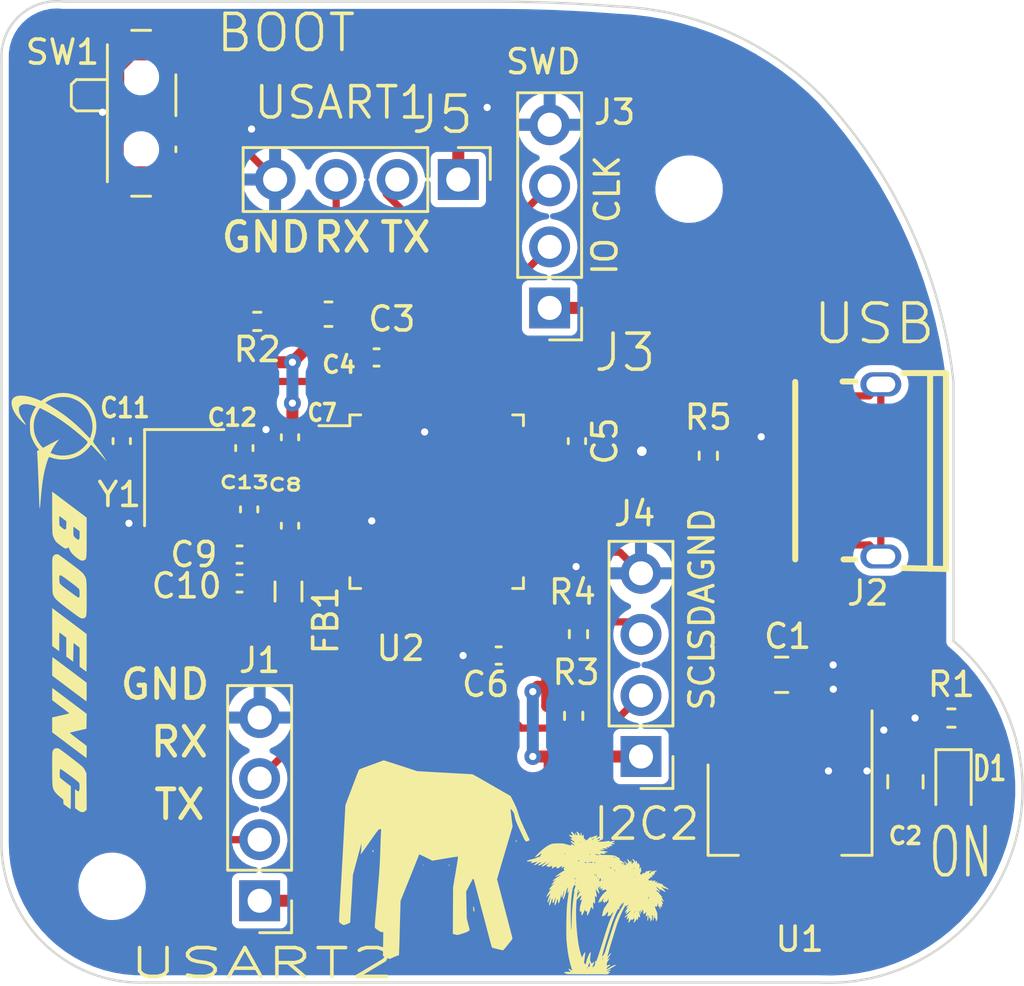
<source format=kicad_pcb>
(kicad_pcb (version 20211014) (generator pcbnew)
  (layers (0 "F.Cu" signal) (31 "B.Cu" power) (34 "B.Paste" user) (35 "F.Paste" user) (36 "B.SilkS" user "B.Silkscreen") (37 "F.SilkS" user "F.Silkscreen") (38 "B.Mask" user) (39 "F.Mask" user) (44 "Edge.Cuts" user))
  (net 0 "")
  (net 1 "VBUS")
  (net 2 "GND")
  (net 3 "+3V3")
  (net 4 "+3.3VA")
  (net 5 "/NRST")
  (net 6 "Net-(D1-Pad1)")
  (net 7 "/USART2_TX")
  (net 8 "/USART2_RX")
  (net 10 "unconnected-(J2-Pad6)")
  (net 11 "/I2C2_SCL")
  (net 12 "Net-(J4-Pad3)")
  (net 13 "/USART1_RX")
  (net 39 "/HSE_OUT")
  (net 40 "/HSE_IN")
  (net 41 "/USB_D-")
  (net 42 "/USB_D+")
  (net 43 "/SWDIO")
  (net 44 "/SWCLK")
  (net 45 "Net-(J5-Pad3)")
  (net 46 "/Boot_0")
  (net 47 "/Boot_0 Switch")
  (footprint "Capacitor_SMD:C_0402_1005Metric" (layer "F.Cu") (at 162.563808 58.2 180)
    (fp_text reference "C9")
    (fp_text value "1u")
  )
  (footprint "Connector_PinHeader_2.54mm:PinHeader_1x04_P2.54mm_Vertical" (layer "F.Cu") (at 179.263808 66.6 180)
    (fp_text reference "J4")
    (fp_text value "Conn_01x04_Male ")
  )
  (footprint "Inductor_SMD:L_0805_2012Metric" (layer "F.Cu") (at 164.6 59.7375 -90)
    (fp_text reference "FB1")
    (fp_text value "120R")
  )
  (footprint "Capacitor_SMD:C_0805_2012Metric" (layer "F.Cu") (at 185.113808 63.2)
    (fp_text reference "C1")
    (fp_text value "22u")
  )
  (footprint "LOGO" (layer "F.Cu") (at 177.463808 73)
    (fp_text reference "G***" hide)
    (fp_text value "LOGO" hide)
  )
  (footprint "Capacitor_SMD:C_0402_1005Metric" (layer "F.Cu") (at 162.763808 53.77 90)
    (fp_text reference "C12")
    (fp_text value "8p")
  )
  (footprint "Connector_PinHeader_2.54mm:PinHeader_1x04_P2.54mm_Vertical" (layer "F.Cu") (at 163.4 72.6 180)
    (fp_text reference "J1")
    (fp_text value "Conn_01x04_Male")
  )
  (footprint "easyeda2kicad:MICRO-USB-SMD_5P-P0.65-H-F_U254-051T-4BH81-S2S" (layer "F.Cu") (at 187.9 54.7 90)
    (fp_text reference "J2")
    (fp_text value "U254-051T-4BH81-S2S")
  )
  (footprint "Package_TO_SOT_SMD:SOT-223-3_TabPin2" (layer "F.Cu") (at 185.463808 68.8 -90)
    (fp_text reference "U1")
    (fp_text value "AMS1117-3.3")
  )
  (footprint "Resistor_SMD:R_0402_1005Metric" (layer "F.Cu") (at 176.463808 64.91 90)
    (fp_text reference "R3")
    (fp_text value "1k5")
  )
  (footprint "Capacitor_SMD:C_0603_1608Metric_Pad1.08x0.95mm_HandSolder" (layer "F.Cu") (at 166.263808 48.2)
    (fp_text reference "C3")
    (fp_text value "10u")
  )
  (footprint "Crystal:Crystal_SMD_3225-4Pin_3.2x2.5mm" (layer "F.Cu") (at 160.263808 55 -90)
    (fp_text reference "Y1")
    (fp_text value "16MHz")
  )
  (footprint "Capacitor_SMD:C_0402_1005Metric" (layer "F.Cu") (at 173.343808 62.4 180)
    (fp_text reference "C6")
    (fp_text value "100n")
  )
  (footprint "LOGO" (layer "F.Cu") (at 155.063808 60.2 -90)
    (fp_text reference "G***" hide)
    (fp_text value "LOGO" hide)
  )
  (footprint "Capacitor_SMD:C_0402_1005Metric" (layer "F.Cu") (at 176.6 53.48 -90)
    (fp_text reference "C5")
    (fp_text value "100n")
  )
  (footprint "MountingHole:MountingHole_2.2mm_M2" (layer "F.Cu") (at 157.263808 72)
    (fp_text reference "H1")
    (fp_text value "MountingHole")
  )
  (footprint "Capacitor_SMD:C_0402_1005Metric" (layer "F.Cu") (at 162.563808 59.4 180)
    (fp_text reference "C10")
    (fp_text value "1u")
  )
  (footprint "Package_QFP:LQFP-48_7x7mm_P0.5mm" (layer "F.Cu") (at 170.763808 56)
    (fp_text reference "U2")
    (fp_text value "STM32F103C8T6")
  )
  (footprint "Resistor_SMD:R_0402_1005Metric" (layer "F.Cu") (at 192.173808 65 180)
    (fp_text reference "R1")
    (fp_text value "1k5")
  )
  (footprint "Button_Switch_SMD:SW_SPDT_PCM12" (layer "F.Cu") (at 158.796308 39.8425 -90)
    (fp_text reference "SW1")
    (fp_text value "SW_SPDT")
  )
  (footprint "Capacitor_SMD:C_0402_1005Metric" (layer "F.Cu") (at 157.663808 53.48 -90)
    (fp_text reference "C11")
    (fp_text value "100n")
  )
  (footprint "Capacitor_SMD:C_0402_1005Metric" (layer "F.Cu") (at 164.663808 53.32 -90)
    (fp_text reference "C7")
    (fp_text value "100n")
  )
  (footprint "Resistor_SMD:R_0402_1005Metric" (layer "F.Cu") (at 176.663808 61.51 -90)
    (fp_text reference "R4")
    (fp_text value "1k5")
  )
  (footprint "MountingHole:MountingHole_2.2mm_M2" (layer "F.Cu") (at 181.263808 43)
    (fp_text reference "H2")
    (fp_text value "MountingHole")
  )
  (footprint "LOGO" (layer "F.Cu") (at 170.663808 70.9)
    (fp_text reference "")
    (fp_text value "LOGO" hide)
  )
  (footprint "Capacitor_SMD:C_0402_1005Metric" (layer "F.Cu") (at 162.963808 56.32 -90)
    (fp_text reference "C13")
    (fp_text value "8p")
  )
  (footprint "Resistor_SMD:R_0402_1005Metric" (layer "F.Cu") (at 182.063808 54.09 -90)
    (fp_text reference "R5")
    (fp_text value "1k5")
  )
  (footprint "Capacitor_SMD:C_0805_2012Metric" (layer "F.Cu") (at 190.263808 67.65 90)
    (fp_text reference "C2")
    (fp_text value "22u")
  )
  (footprint "LED_SMD:LED_0603_1608Metric" (layer "F.Cu") (at 192.263808 67.8 -90)
    (fp_text reference "D1")
    (fp_text value "RED")
  )
  (footprint "Capacitor_SMD:C_0402_1005Metric" (layer "F.Cu") (at 164.663808 57 90)
    (fp_text reference "C8")
    (fp_text value "10n")
  )
  (footprint "Resistor_SMD:R_0402_1005Metric" (layer "F.Cu") (at 163.3 48.5 180)
    (fp_text reference "R2")
    (fp_text value "10k ")
  )
  (footprint "Connector_PinHeader_2.54mm:PinHeader_1x04_P2.54mm_Vertical" (layer "F.Cu") (at 175.463808 47.94 180)
    (fp_text reference "J3")
    (fp_text value "Conn_01x04_Male")
  )
  (footprint "Connector_PinHeader_2.54mm:PinHeader_1x04_P2.54mm_Vertical" (layer "F.Cu") (at 171.663808 42.6 -90)
    (fp_text reference "J5")
    (fp_text value "Conn_01x04_Male")
  )
  (footprint "Capacitor_SMD:C_0402_1005Metric" (layer "F.Cu") (at 168.263808 50)
    (fp_text reference "C4")
    (fp_text value "100n")
  )
  (gr_line (start 186.663808 76) (end 158.663808 76) (layer "Edge.Cuts") (width 0.1))
  (gr_line (start 192.263808 61.8) (end 192.263808 51) (layer "Edge.Cuts") (width 0.1))
  (gr_line (start 155.263808 35.2) (end 173.263808 35.2) (layer "Edge.Cuts") (width 0.1))
  (gr_arc (start 158.663808 76) (mid 154.430558 74.375776) (end 152.663808 70.2) (layer "Edge.Cuts") (width 0.1))
  (gr_line (start 152.663808 37.6) (end 152.663808 70.2) (layer "Edge.Cuts") (width 0.1))
  (gr_arc (start 173.263808 35.2) (mid 175.765808 35.250001) (end 178.263808 35.4) (layer "Edge.Cuts") (width 0.1))
  (gr_arc (start 192.263808 61.8) (mid 194.574175 70.915356) (end 186.663808 76) (layer "Edge.Cuts") (width 0.1))
  (gr_arc (start 178.263808 35.4) (mid 182.928613 36.474389) (end 186.863808 39.2) (layer "Edge.Cuts") (width 0.1))
  (gr_arc (start 152.663808 37.6) (mid 153.403845 35.793373) (end 155.263808 35.2) (layer "Edge.Cuts") (width 0.1))
  (gr_arc (start 186.863808 39.2) (mid 190.499665 44.671727) (end 192.263808 51) (layer "Edge.Cuts") (width 0.1))
  (gr_text "USART1" (at 166.8 39.4) (layer "F.SilkS") (effects (font (size 1.3 1.3))))
  (gr_text "SWD" (at 175.2 37.7) (layer "F.SilkS") (effects (font (size 1 1))))
  (gr_text "J3" (at 178.163808 39.8) (layer "F.SilkS") (effects (font (size 1 1))))
  (gr_text "USART2" (at 163.5 75.2) (layer "F.SilkS") (effects (font (size 1.2 2))))
  (gr_text "GND\n" (at 159.463808 63.6) (layer "F.SilkS") (effects (font (size 1.2 1.2) (thickness 0.2))))
  (gr_text "GND\n" (at 163.663808 45) (layer "F.SilkS") (effects (font (size 1.2 1.2) (thickness 0.2))))
  (gr_text "RX" (at 160.063808 66) (layer "F.SilkS") (effects (font (size 1.2 1.2) (thickness 0.2))))
  (gr_text "ON" (at 192.563808 70.6) (layer "F.SilkS") (effects (font (size 2 1.25))))
  (gr_text "I2C2" (at 179.5 69.4) (layer "F.SilkS") (effects (font (size 1.3 1.3))))
  (gr_text "GND\n" (at 181.8 57.8 90) (layer "F.SilkS") (effects (font (size 1 1))))
  (gr_text "CLK" (at 177.863808 43 90) (layer "F.SilkS") (effects (font (size 1 1))))
  (gr_text "TX" (at 169.463808 45) (layer "F.SilkS") (effects (font (size 1.2 1.2) (thickness 0.2))))
  (gr_text "SCL" (at 181.8 63.3 90) (layer "F.SilkS") (effects (font (size 1 1))))
  (gr_text "USB" (at 188.963808 48.6) (layer "F.SilkS") (effects (font (size 1.6 1.7))))
  (gr_text "RX" (at 166.833808 45) (layer "F.SilkS") (effects (font (size 1.2 1.2) (thickness 0.2))))
  (gr_text "BOOT" (at 164.5 36.5) (layer "F.SilkS") (effects (font (size 1.5 1.5))))
  (gr_text "TX" (at 160.063808 68.6) (layer "F.SilkS") (effects (font (size 1.2 1.2) (thickness 0.2))))
  (gr_text "IO" (at 177.763808 45.8 90) (layer "F.SilkS") (effects (font (size 1 1))))
  (gr_text "SDA" (at 181.8 60.8 90) (layer "F.SilkS") (effects (font (size 1 1))))
  (segment (start 157.2575 39.8425) (end 156.906308 39.8425) (width 0.3) (layer "F.Cu") (net 2))
  (segment (start 159.413808 56.1) (end 158.763808 56.1) (width 0.3) (layer "F.Cu") (net 2))
  (segment (start 166.601308 56.75) (end 165.763447 56.75) (width 0.3) (layer "F.Cu") (net 2))
  (segment (start 184.363808 53.4) (end 184.263808 53.3) (width 0.3) (layer "F.Cu") (net 2))
  (segment (start 168.743808 48.88) (end 168.743808 50) (width 0.5) (layer "F.Cu") (net 2))
  (segment (start 165.763447 56.75) (end 165.463808 56.450361) (width 0.3) (layer "F.Cu") (net 2))
  (segment (start 165.463808 56.450361) (end 165.463808 56.4) (width 0.3) (layer "F.Cu") (net 2))
  (segment (start 168.938447 53.1) (end 170.263808 53.1) (width 0.3) (layer "F.Cu") (net 2))
  (segment (start 168.513808 52.675361) (end 168.513808 51.8375) (width 0.3) (layer "F.Cu") (net 2))
  (segment (start 157.663808 54.35) (end 159.413808 56.1) (width 0.3) (layer "F.Cu") (net 2))
  (segment (start 178.383808 58.1) (end 176.763808 58.1) (width 0.3) (layer "F.Cu") (net 2))
  (segment (start 162.763808 53.29) (end 161.723808 53.29) (width 0.5) (layer "F.Cu") (net 2))
  (segment (start 176.763808 58.1) (end 176.563808 57.9) (width 0.3) (layer "F.Cu") (net 2))
  (segment (start 163.373808 53.29) (end 163.663808 53) (width 0.5) (layer "F.Cu") (net 2))
  (segment (start 162.083808 57.68) (end 162.083808 59.4) (width 0.3) (layer "F.Cu") (net 2))
  (segment (start 163.063808 41.62) (end 163.063808 40.5) (width 0.3) (layer "F.Cu") (net 2))
  (segment (start 164.383808 56.8) (end 164.663808 56.52) (width 0.3) (layer "F.Cu") (net 2))
  (segment (start 190.663808 65) (end 191.663808 65) (width 0.5) (layer "F.Cu") (net 2))
  (segment (start 164.663808 53.8) (end 164.463808 53.8) (width 0.5) (layer "F.Cu") (net 2))
  (segment (start 175.463808 40.32) (end 173.583808 40.32) (width 0.5) (layer "F.Cu") (net 2))
  (segment (start 158.114424 37.492979) (end 160.126787 37.492979) (width 0.3) (layer "F.Cu") (net 2))
  (segment (start 164.463808 53.8) (end 163.663808 53) (width 0.5) (layer "F.Cu") (net 2))
  (segment (start 168.513808 52.675361) (end 168.938447 53.1) (width 0.3) (layer "F.Cu") (net 2))
  (segment (start 176.6 53.96) (end 179.24 53.96) (width 0.3) (layer "F.Cu") (net 2))
  (segment (start 157.663808 53.96) (end 157.663808 54.35) (width 0.3) (layer "F.Cu") (net 2))
  (segment (start 161.723808 53.29) (end 161.113808 53.9) (width 0.5) (layer "F.Cu") (net 2))
  (segment (start 171.863308 62.4) (end 172.863808 62.4) (width 0.3) (layer "F.Cu") (net 2))
  (segment (start 166.601308 56.75) (end 168.013808 56.75) (width 0.3) (layer "F.Cu") (net 2))
  (segment (start 176.39 53.75) (end 176.6 53.96) (width 0.3) (layer "F.Cu") (net 2))
  (segment (start 162.963808 56.8) (end 162.083808 57.68) (width 0.3) (layer "F.Cu") (net 2))
  (segment (start 160.126787 37.492979) (end 160.226308 37.5925) (width 0.3) (layer "F.Cu") (net 2))
  (segment (start 164.043808 42.6) (end 163.063808 41.62) (width 0.3) (layer "F.Cu") (net 2))
  (segment (start 179.24 53.96) (end 179.3 53.9) (width 0.3) (layer "F.Cu") (net 2))
  (segment (start 165.463808 56.4) (end 164.783808 56.4) (width 0.3) (layer "F.Cu") (net 2))
  (segment (start 162.963808 56.8) (end 164.383808 56.8) (width 0.3) (layer "F.Cu") (net 2))
  (segment (start 156.906308 39.8425) (end 156.863808 39.8) (width 0.3) (layer "F.Cu") (net 2))
  (segment (start 168.013808 56.75) (end 168.063808 56.8) (width 0.3) (layer "F.Cu") (net 2))
  (segment (start 158.763808 56.1) (end 157.963808 56.9) (width 0.3) (layer "F.Cu") (net 2))
  (segment (start 164.783808 56.4) (end 164.663808 56.52) (width 0.3) (layer "F.Cu") (net 2))
  (segment (start 157.616787 37.990616) (end 158.114424 37.492979) (width 0.3) (layer "F.Cu") (net 2))
  (segment (start 168.063808 48.2) (end 168.743808 48.88) (width 0.5) (layer "F.Cu") (net 2))
  (segment (start 173.583808 40.32) (end 172.863808 39.6) (width 0.5) (layer "F.Cu") (net 2))
  (segment (start 162.763808 53.29) (end 163.373808 53.29) (width 0.5) (layer "F.Cu") (net 2))
  (segment (start 179.263808 58.98) (end 178.383808 58.1) (width 0.3) (layer "F.Cu") (net 2))
  (segment (start 174.926308 53.75) (end 176.39 53.75) (width 0.3) (layer "F.Cu") (net 2))
  (segment (start 168.513808 51.8375) (end 168.513808 50.23) (width 0.3) (layer "F.Cu") (net 2))
  (segment (start 173.013808 62.25) (end 173.013808 60.1625) (width 0.3) (layer "F.Cu") (net 2))
  (segment (start 186.56 53.4) (end 184.363808 53.4) (width 0.3) (layer "F.Cu") (net 2))
  (segment (start 167.126308 48.2) (end 168.063808 48.2) (width 0.5) (layer "F.Cu") (net 2))
  (segment (start 176.563808 57.9) (end 176.463808 57.9) (width 0.3) (layer "F.Cu") (net 2))
  (segment (start 157.2575 39.8425) (end 157.616787 39.483213) (width 0.3) (layer "F.Cu") (net 2))
  (segment (start 157.616787 39.483213) (end 157.616787 37.990616) (width 0.3) (layer "F.Cu") (net 2))
  (segment (start 168.513808 50.23) (end 168.743808 50) (width 0.3) (layer "F.Cu") (net 2))
  (segment (start 176.463808 57.9) (end 176.463808 58.6) (width 0.3) (layer "F.Cu") (net 2))
  (segment (start 176.463808 58.6) (end 176.563808 58.7) (width 0.3) (layer "F.Cu") (net 2))
  (via (at 163.663808 53) (size 0.7) (drill 0.3) (layers "F.Cu" "B.Cu") (net 2))
  (via (at 176.563808 58.7) (size 0.7) (drill 0.3) (layers "F.Cu" "B.Cu") (net 2))
  (via (at 189.363808 65.5) (size 0.7) (drill 0.3) (layers "F.Cu" "B.Cu") (net 2))
  (via (at 179.3 53.9) (size 0.8) (drill 0.4) (layers "F.Cu" "B.Cu") (net 2))
  (via (at 187.263808 63.8) (size 0.7) (drill 0.3) (layers "F.Cu" "B.Cu") (net 2))
  (via (at 163.063808 40.5) (size 0.7) (drill 0.3) (layers "F.Cu" "B.Cu") (net 2))
  (via (at 172.863808 39.6) (size 0.7) (drill 0.3) (layers "F.Cu" "B.Cu") (net 2))
  (via (at 187.063808 67.2) (size 0.7) (drill 0.3) (layers "F.Cu" "B.Cu") (net 2))
  (via (at 188.663808 67.2) (size 0.7) (drill 0.3) (layers "F.Cu" "B.Cu") (net 2))
  (via (at 156.863808 39.8) (size 0.7) (drill 0.3) (layers "F.Cu" "B.Cu") (net 2))
  (via (at 190.663808 65) (size 0.7) (drill 0.3) (layers "F.Cu" "B.Cu") (net 2))
  (via (at 171.863308 62.4) (size 0.7) (drill 0.3) (layers "F.Cu" "B.Cu") (net 2))
  (via (at 157.963808 56.9) (size 0.7) (drill 0.3) (layers "F.Cu" "B.Cu") (net 2))
  (via (at 187.257338 62.790977) (size 0.7) (drill 0.3) (layers "F.Cu" "B.Cu") (net 2))
  (via (at 168.063808 56.8) (size 0.7) (drill 0.3) (layers "F.Cu" "B.Cu") (net 2))
  (via (at 170.263808 53.1) (size 0.7) (drill 0.3) (layers "F.Cu" "B.Cu") (net 2))
  (via (at 184.263808 53.3) (size 0.7) (drill 0.3) (layers "F.Cu" "B.Cu") (net 2))
  (segment (start 156.906308 39.8425) (end 156.863808 39.8) (width 0.5) (layer "B.Cu") (net 2))
  (segment (start 158.796308 47.803692) (end 159.802144 46.797856) (width 0.5) (layer "F.Cu") (net 3))
  (segment (start 185.563808 44.6) (end 182.163808 48) (width 0.5) (layer "F.Cu") (net 3))
  (segment (start 188.863808 73.8) (end 180.563808 73.8) (width 0.5) (layer "F.Cu") (net 3))
  (segment (start 174.963808 63.7) (end 175.363808 63.7) (width 0.5) (layer "F.Cu") (net 3))
  (segment (start 177.623808 47.94) (end 175.463808 47.94) (width 0.5) (layer "F.Cu") (net 3))
  (segment (start 160.463808 72.7) (end 160.963808 72.2) (width 0.5) (layer "F.Cu") (net 3))
  (segment (start 158.837277 45.832989) (end 159.802144 46.797856) (width 0.5) (layer "F.Cu") (net 3))
  (segment (start 175.363808 64.5) (end 175.363808 63.7) (width 0.5) (layer "F.Cu") (net 3))
  (segment (start 185.563808 42.4) (end 185.563808 44.6) (width 0.5) (layer "F.Cu") (net 3))
  (segment (start 171.563808 39.1) (end 159.365981 39.1) (width 0.5) (layer "F.Cu") (net 3))
  (segment (start 165.103808 52.84) (end 164.663808 52.84) (width 0.3) (layer "F.Cu") (net 3))
  (segment (start 175.463808 69.1) (end 175.463808 67.9) (width 0.5) (layer "F.Cu") (net 3))
  (segment (start 178.36 47.94) (end 177.623808 47.94) (width 0.5) (layer "F.Cu") (net 3))
  (segment (start 158.1 40.1) (end 157.496797 40.703203) (width 0.5) (layer "F.Cu") (net 3))
  (segment (start 177.463808 70.2) (end 176.513808 69.25) (width 0.5) (layer "F.Cu") (net 3))
  (segment (start 166.601308 53.25) (end 165.513808 53.25) (width 0.3) (layer "F.Cu") (net 3))
  (segment (start 182.163808 48) (end 182.103808 47.94) (width 0.5) (layer "F.Cu") (net 3))
  (segment (start 156.063808 58.6) (end 156.063808 52) (width 0.5) (layer "F.Cu") (net 3))
  (segment (start 161.995819 50.132011) (end 161.995819 49.048469) (width 0.5) (layer "F.Cu") (net 3))
  (segment (start 164.763808 52.74) (end 164.663808 52.84) (width 0.5) (layer "F.Cu") (net 3))
  (segment (start 177.623808 47.94) (end 177.623808 52.576192) (width 0.5) (layer "F.Cu") (net 3))
  (segment (start 166.027616 72.6) (end 163.4 72.6) (width 0.5) (layer "F.Cu") (net 3))
  (segment (start 182.163808 48) (end 182.163808 53.59) (width 0.5) (layer "F.Cu") (net 3))
  (segment (start 175.363808 66.6) (end 174.763808 66.6) (width 0.5) (layer "F.Cu") (net 3))
  (segment (start 166.663808 50) (end 167.783808 50) (width 0.5) (layer "F.Cu") (net 3))
  (segment (start 157.164297 66.200489) (end 157.164297 60.699511) (width 0.5) (layer "F.Cu") (net 3))
  (segment (start 166.163808 71) (end 166.163808 72.736192) (width 0.5) (layer "F.Cu") (net 3))
  (segment (start 176.063808 69.7) (end 175.463808 69.1) (width 0.5) (layer "F.Cu") (net 3))
  (segment (start 174.926308 53.25) (end 176.35 53.25) (width 0.3) (layer "F.Cu") (net 3))
  (segment (start 165.463808 49.5) (end 164.763808 50.2) (width 0.5) (layer "F.Cu") (net 3))
  (segment (start 182.363808 39.2) (end 185.563808 42.4) (width 0.5) (layer "F.Cu") (net 3))
  (segment (start 173.563808 36.9) (end 178.063808 36.9) (width 0.5) (layer "F.Cu") (net 3))
  (segment (start 160.863808 75) (end 160.463808 74.6) (width 0.5) (layer "F.Cu") (net 3))
  (segment (start 182.103808 47.94) (end 178.36 47.94) (width 0.5) (layer "F.Cu") (net 3))
  (segment (start 160.018808 42.3) (end 160.226308 42.0925) (width 0.5) (layer "F.Cu") (net 3))
  (segment (start 162.5 60.3) (end 163.1 59.7) (width 0.5) (layer "F.Cu") (net 3))
  (segment (start 157.5 42.3) (end 157.97283 42.3) (width 0.5) (layer "F.Cu") (net 3))
  (segment (start 156.063808 52) (end 158.796308 49.2675) (width 0.5) (layer "F.Cu") (net 3))
  (segment (start 177.623808 52.576192) (end 177.2 53) (width 0.5) (layer "F.Cu") (net 3))
  (segment (start 173.823808 60.4725) (end 173.513808 60.1625) (width 0.3) (layer "F.Cu") (net 3))
  (segment (start 175.463808 66.7) (end 175.363808 66.6) (width 0.5) (layer "F.Cu") (net 3))
  (segment (start 171.563808 39.1) (end 171.663808 39.2) (width 0.5) (layer "F.Cu") (net 3))
  (segment (start 157.496797 42.296797) (end 157.5 42.3) (width 0.5) (layer "F.Cu") (net 3))
  (segment (start 175.463808 67.9) (end 175.463808 66.7) (width 0.5) (layer "F.Cu") (net 3))
  (segment (start 178.063808 36.9) (end 180.363808 39.2) (width 0.5) (layer "F.Cu") (net 3))
  (segment (start 157.97283 42.3) (end 158.726797 43.053967) (width 0.5) (layer "F.Cu") (net 3))
  (segment (start 157.164297 60.699511) (end 160.164297 60.699511) (width 0.5) (layer "F.Cu") (net 3))
  (segment (start 180.563808 73.8) (end 179.263808 72.5) (width 0.5) (layer "F.Cu") (net 3))
  (segment (start 164.763808 51.9) (end 164.763808 52.74) (width 0.5) (layer "F.Cu") (net 3))
  (segment (start 175.363808 62.4) (end 173.823808 62.4) (width 0.5) (layer "F.Cu") (net 3))
  (segment (start 164.763808 50.2) (end 162.063808 50.2) (width 0.5) (layer "F.Cu") (net 3))
  (segment (start 164.203458 60.3) (end 164.302383 60.201075) (width 0.5) (layer "F.Cu") (net 3))
  (segment (start 174.763808 71) (end 166.163808 71) (width 0.5) (layer "F.Cu") (net 3))
  (segment (start 175.363808 63.7) (end 175.363808 62.4) (width 0.5) (layer "F.Cu") (net 3))
  (segment (start 158.796308 49.2675) (end 158.796308 47.803692) (width 0.5) (layer "F.Cu") (net 3))
  (segment (start 179.263808 70.2) (end 177.463808 70.2) (width 0.5) (layer "F.Cu") (net 3))
  (segment (start 174.763808 63.9) (end 174.963808 63.7) (width 0.5) (layer "F.Cu") (net 3))
  (segment (start 162.063808 50.2) (end 161.995819 50.132011) (width 0.5) (layer "F.Cu") (net 3))
  (segment (start 158.365981 40.1) (end 158.1 40.1) (width 0.5) (layer "F.Cu") (net 3))
  (segment (start 176.063808 69.7) (end 174.763808 71) (width 0.5) (layer "F.Cu") (net 3))
  (segment (start 191.363808 71.3) (end 188.863808 73.8) (width 0.5) (layer "F.Cu") (net 3))
  (segment (start 190.263808 68.6) (end 191.363808 68.6) (width 0.5) (layer "F.Cu") (net 3))
  (segment (start 157.5 42.3) (end 160.018808 42.3) (width 0.5) (layer "F.Cu") (net 3))
  (segment (start 177.2 53) (end 176.6 53) (width 0.5) (layer "F.Cu") (net 3))
  (segment (start 166.163808 72.736192) (end 166.027616 72.6) (width 0.5) (layer "F.Cu") (net 3))
  (segment (start 163.501308 59.4) (end 164.302383 60.201075) (width 0.5) (layer "F.Cu") (net 3))
  (segment (start 171.663808 39.2) (end 171.663808 42.6) (width 0.5) (layer "F.Cu") (net 3))
  (segment (start 159.802144 46.797856) (end 162.024288 49.02) (width 0.5) (layer "F.Cu") (net 3))
  (segment (start 157.496797 40.703203) (end 157.496797 42.296797) (width 0.5) (layer "F.Cu") (net 3))
  (segment (start 165.401308 48.7375) (end 166.163808 49.5) (width 0.5) (layer "F.Cu") (net 3))
  (segment (start 177.463808 67.9) (end 177.463808 66.6) (width 0.5) (layer "F.Cu") (net 3))
  (segment (start 171.563808 38.9) (end 173.563808 36.9) (width 0.5) (layer "F.Cu") (net 3))
  (segment (start 168.013808 51.8375) (end 168.013808 50.23) (width 0.3) (layer "F.Cu") (net 3))
  (segment (start 175.743808 62.02) (end 176.663808 62.02) (width 0.5) (layer "F.Cu") (net 3))
  (segment (start 173.823808 62.4) (end 173.823808 60.4725) (width 0.3) (layer "F.Cu") (net 3))
  (segment (start 165.513808 53.25) (end 165.103808 52.84) (width 0.3) (layer "F.Cu") (net 3))
  (segment (start 160.563808 60.3) (end 162.5 60.3) (width 0.5) (layer "F.Cu") (net 3))
  (segment (start 168.013808 50.23) (end 167.783808 50) (width 0.3) (layer "F.Cu") (net 3))
  (segment (start 179.263808 70.7) (end 179.263808 70.2) (width 0.5) (layer "F.Cu") (net 3))
  (segment (start 191.363808 68.6) (end 192.251308 68.6) (width 0.5) (layer "F.Cu") (net 3))
  (segment (start 192.251308 68.6) (end 192.263808 68.5875) (width 0.5) (layer "F.Cu") (net 3))
  (segment (start 175.363808 62.4) (end 175.743808 62.02) (width 0.5) (layer "F.Cu") (net 3))
  (segment (start 166.163808 74.3) (end 165.463808 75) (width 0.5) (layer "F.Cu") (net 3))
  (segment (start 191.363808 68.6) (end 191.363808 71.3) (width 0.5) (layer "F.Cu") (net 3))
  (segment (start 166.163808 49.5) (end 166.663808 50) (width 0.5) (layer "F.Cu") (net 3))
  (segment (start 160.164297 60.699511) (end 160.563808 60.3) (width 0.5) (layer "F.Cu") (net 3))
  (segment (start 163.063808 59.42) (end 163.043808 59.4) (width 0.5) (layer "F.Cu") (net 3))
  (segment (start 166.163808 49.5) (end 165.463808 49.5) (width 0.5) (layer "F.Cu") (net 3))
  (segment (start 165.463808 75) (end 160.863808 75) (width 0.5) (layer "F.Cu") (net 3))
  (segment (start 157.164297 59.700489) (end 156.063808 58.6) (width 0.5) (layer "F.Cu") (net 3))
  (segment (start 176.35 53.25) (end 176.6 53) (width 0.3) (layer "F.Cu") (net 3))
  (segment (start 180.363808 39.2) (end 182.363808 39.2) (width 0.5) (layer "F.Cu") (net 3))
  (segment (start 157.164297 60.699511) (end 157.164297 59.700489) (width 0.5) (layer "F.Cu") (net 3))
  (segment (start 165.401308 48.2) (end 165.401308 48.7375) (width 0.5) (layer "F.Cu") (net 3))
  (segment (start 160.463808 74.6) (end 160.463808 72.7) (width 0.5) (layer "F.Cu") (net 3))
  (segment (start 158.726797 45.722509) (end 158.837277 45.832989) (width 0.5) (layer "F.Cu") (net 3))
  (segment (start 171.563808 39.1) (end 171.563808 38.9) (width 0.5) (layer "F.Cu") (net 3))
  (segment (start 175.363808 64.5) (end 176.363808 64.5) (width 0.5) (layer "F.Cu") (net 3))
  (segment (start 160.963808 72.2) (end 160.963808 70) (width 0.5) (layer "F.Cu") (net 3))
  (segment (start 175.463808 67.9) (end 177.463808 67.9) (width 0.5) (layer "F.Cu") (net 3))
  (segment (start 166.163808 72.736192) (end 166.163808 74.3) (width 0.5) (layer "F.Cu") (net 3))
  (segment (start 162.024288 49.02) (end 161.995819 49.048469) (width 0.5) (layer "F.Cu") (net 3))
  (segment (start 159.365981 39.1) (end 158.365981 40.1) (width 0.5) (layer "F.Cu") (net 3))
  (segment (start 177.463808 66.6) (end 179.263808 66.6) (width 0.5) (layer "F.Cu") (net 3))
  (segment (start 163.043808 59.4) (end 163.501308 59.4) (width 0.5) (layer "F.Cu") (net 3))
  (segment (start 158.726797 43.053967) (end 158.726797 45.722509) (width 0.5) (layer "F.Cu") (net 3))
  (segment (start 179.263808 72.5) (end 179.263808 70.7) (width 0.5) (layer "F.Cu") (net 3))
  (segment (start 176.513808 69.25) (end 176.063808 69.7) (width 0.5) (layer "F.Cu") (net 3))
  (segment (start 160.963808 70) (end 157.164297 66.200489) (width 0.5) (layer "F.Cu") (net 3))
  (via (at 164.763808 51.9) (size 0.7) (drill 0.3) (layers "F.Cu" "B.Cu") (net 3))
  (via (at 174.763808 63.9) (size 0.7) (drill 0.3) (layers "F.Cu" "B.Cu") (net 3))
  (via (at 164.763808 50.2) (size 0.7) (drill 0.3) (layers "F.Cu" "B.Cu") (net 3))
  (via (at 174.763808 66.6) (size 0.7) (drill 0.3) (layers "F.Cu" "B.Cu") (net 3))
  (segment (start 164.763808 50.2) (end 164.763808 51.9) (width 0.5) (layer "B.Cu") (net 3))
  (segment (start 174.763808 66.6) (end 174.763808 63.9) (width 0.5) (layer "B.Cu") (net 3))
  (segment (start 163.518808 58.675) (end 163.043808 58.2) (width 0.3) (layer "F.Cu") (net 4))
  (segment (start 166.601308 57.25) (end 165.763447 57.25) (width 0.3) (layer "F.Cu") (net 4))
  (segment (start 164.663808 58.611192) (end 164.6 58.675) (width 0.3) (layer "F.Cu") (net 4))
  (segment (start 165.763447 57.25) (end 165.463808 57.549639) (width 0.3) (layer "F.Cu") (net 4))
  (segment (start 165.463808 57.549639) (end 165.463808 57.6) (width 0.3) (layer "F.Cu") (net 4))
  (segment (start 164.663808 57.48) (end 164.663808 58.611192) (width 0.3) (layer "F.Cu") (net 4))
  (segment (start 164.6 58.675) (end 163.518808 58.675) (width 0.3) (layer "F.Cu") (net 4))
  (segment (start 165.463808 57.6) (end 164.783808 57.6) (width 0.3) (layer "F.Cu") (net 4))
  (segment (start 164.783808 57.6) (end 164.663808 57.48) (width 0.3) (layer "F.Cu") (net 4))
  (segment (start 165.963808 51.4) (end 165.963808 51) (width 0.3) (layer "F.Cu") (net 5))
  (segment (start 167.688328 56.000841) (end 167.688328 52.874031) (width 0.3) (layer "F.Cu") (net 5))
  (segment (start 166.601308 56.25) (end 167.439169 56.25) (width 0.3) (layer "F.Cu") (net 5))
  (segment (start 162.263808 52.2) (end 158.463808 52.2) (width 0.3) (layer "F.Cu") (net 5))
  (segment (start 166.214297 51.4) (end 165.963808 51.4) (width 0.3) (layer "F.Cu") (net 5))
  (segment (start 163.463808 51) (end 162.263808 52.2) (width 0.3) (layer "F.Cu") (net 5))
  (segment (start 167.688328 52.874031) (end 166.214297 51.4) (width 0.3) (layer "F.Cu") (net 5))
  (segment (start 158.463808 52.2) (end 157.663808 53) (width 0.3) (layer "F.Cu") (net 5))
  (segment (start 167.439169 56.25) (end 167.688328 56.000841) (width 0.3) (layer "F.Cu") (net 5))
  (segment (start 165.963808 51) (end 163.463808 51) (width 0.3) (layer "F.Cu") (net 5))
  (segment (start 192.683808 66.5925) (end 192.263808 67.0125) (width 0.3) (layer "F.Cu") (net 6))
  (segment (start 192.683808 65) (end 192.683808 66.5925) (width 0.3) (layer "F.Cu") (net 6))
  (segment (start 161.1 63.5) (end 161.1 69.2) (width 0.3) (layer "F.Cu") (net 7))
  (segment (start 161.1 69.2) (end 161.96 70.06) (width 0.3) (layer "F.Cu") (net 7))
  (segment (start 161.6 63) (end 161.1 63.5) (width 0.3) (layer "F.Cu") (net 7))
  (segment (start 164.265235 63) (end 161.6 63) (width 0.3) (layer "F.Cu") (net 7))
  (segment (start 166.601308 58.75) (end 166.601308 60.663927) (width 0.3) (layer "F.Cu") (net 7))
  (segment (start 166.601308 60.663927) (end 164.265235 63) (width 0.3) (layer "F.Cu") (net 7))
  (segment (start 161.96 70.06) (end 163.4 70.06) (width 0.3) (layer "F.Cu") (net 7))
  (segment (start 168.013808 62.906192) (end 168.013808 60.1625) (width 0.3) (layer "F.Cu") (net 8))
  (segment (start 163.4 67.52) (end 168.013808 62.906192) (width 0.3) (layer "F.Cu") (net 8))
  (segment (start 186.69 51.6) (end 188.76 51.6) (width 0.3) (layer "F.Cu") (net 10))
  (segment (start 188.76 51.6) (end 189.24 51.12) (width 0.3) (layer "F.Cu") (net 10))
  (segment (start 189.24 53.36) (end 189.1 53.5) (width 0.3) (layer "F.Cu") (net 10))
  (segment (start 186.69 57.8) (end 188.76 57.8) (width 0.3) (layer "F.Cu") (net 10))
  (segment (start 189.24 56.04) (end 189.1 55.9) (width 0.3) (layer "F.Cu") (net 10))
  (segment (start 189.24 58.28) (end 189.24 56.04) (width 0.3) (layer "F.Cu") (net 10))
  (segment (start 188.76 57.8) (end 189.24 58.28) (width 0.3) (layer "F.Cu") (net 10))
  (segment (start 189.1 53.5) (end 189.1 55.9) (width 0.3) (layer "F.Cu") (net 10))
  (segment (start 189.24 51.12) (end 189.24 53.36) (width 0.3) (layer "F.Cu") (net 10))
  (segment (start 176.463808 65.42) (end 177.903808 65.42) (width 0.3) (layer "F.Cu") (net 11))
  (segment (start 171.163808 61.5) (end 172.063808 61.5) (width 0.3) (layer "F.Cu") (net 11))
  (segment (start 172.013808 61.45) (end 172.063808 61.5) (width 0.3) (layer "F.Cu") (net 11))
  (segment (start 172.013808 63.15) (end 171.213808 63.15) (width 0.3) (layer "F.Cu") (net 11))
  (segment (start 171.213808 63.15) (end 171.163808 63.1) (width 0.3) (layer "F.Cu") (net 11))
  (segment (start 177.903808 65.42) (end 179.263808 64.06) (width 0.3) (layer "F.Cu") (net 11))
  (segment (start 172.013808 60.1625) (end 172.013808 61.45) (width 0.3) (layer "F.Cu") (net 11))
  (segment (start 171.163808 63.1) (end 171.163808 61.5) (width 0.3) (layer "F.Cu") (net 11))
  (segment (start 174.283808 65.42) (end 176.463808 65.42) (width 0.3) (layer "F.Cu") (net 11))
  (segment (start 172.013808 63.15) (end 174.283808 65.42) (width 0.3) (layer "F.Cu") (net 11))
  (segment (start 178.743808 61) (end 179.263808 61.52) (width 0.3) (layer "F.Cu") (net 12))
  (segment (start 175.689169 61) (end 176.663808 61) (width 0.3) (layer "F.Cu") (net 12))
  (segment (start 172.762967 59.07548) (end 173.764649 59.07548) (width 0.3) (layer "F.Cu") (net 12))
  (segment (start 176.663808 61) (end 178.743808 61) (width 0.3) (layer "F.Cu") (net 12))
  (segment (start 172.513808 60.1625) (end 172.513808 59.324639) (width 0.3) (layer "F.Cu") (net 12))
  (segment (start 172.513808 59.324639) (end 172.762967 59.07548) (width 0.3) (layer "F.Cu") (net 12))
  (segment (start 173.764649 59.07548) (end 175.689169 61) (width 0.3) (layer "F.Cu") (net 12))
  (segment (start 171.013808 51.8375) (end 171.013808 45.55) (width 0.3) (layer "F.Cu") (net 13))
  (segment (start 171.013808 45.55) (end 168.663808 43.2) (width 0.3) (layer "F.Cu") (net 13))
  (segment (start 163.053808 55.75) (end 162.963808 55.84) (width 0.3) (layer "F.Cu") (net 39))
  (segment (start 166.601308 55.75) (end 163.053808 55.75) (width 0.3) (layer "F.Cu") (net 39))
  (segment (start 161.373808 55.84) (end 161.113808 56.1) (width 0.3) (layer "F.Cu") (net 39))
  (segment (start 162.963808 55.84) (end 161.373808 55.84) (width 0.3) (layer "F.Cu") (net 39))
  (segment (start 159.413808 54.199022) (end 159.413808 53.9) (width 0.3) (layer "F.Cu") (net 40))
  (segment (start 162.064297 54.949511) (end 160.164297 54.949511) (width 0.3) (layer "F.Cu") (net 40))
  (segment (start 166.601308 55.25) (end 165.513808 55.25) (width 0.3) (layer "F.Cu") (net 40))
  (segment (start 160.164297 54.949511) (end 159.413808 54.199022) (width 0.3) (layer "F.Cu") (net 40))
  (segment (start 165.513808 55.25) (end 164.863808 54.6) (width 0.3) (layer "F.Cu") (net 40))
  (segment (start 164.863808 54.6) (end 163.113808 54.6) (width 0.3) (layer "F.Cu") (net 40))
  (segment (start 163.113808 54.6) (end 162.763808 54.25) (width 0.3) (layer "F.Cu") (net 40))
  (segment (start 162.763808 54.25) (end 162.064297 54.949511) (width 0.3) (layer "F.Cu") (net 40))
  (segment (start 184.50048 55.35) (end 184.4 55.24952) (width 0.3) (layer "F.Cu") (net 41))
  (segment (start 174.926788 55.24952) (end 174.926308 55.25) (width 0.3) (layer "F.Cu") (net 41))
  (segment (start 184.4 55.24952) (end 174.926788 55.24952) (width 0.3) (layer "F.Cu") (net 41))
  (segment (start 186.56 55.35) (end 184.50048 55.35) (width 0.3) (layer "F.Cu") (net 41))
  (segment (start 186.46 54.6) (end 186.56 54.7) (width 0.3) (layer "F.Cu") (net 42))
  (segment (start 181.913808 54.75) (end 182.063808 54.6) (width 0.3) (layer "F.Cu") (net 42))
  (segment (start 182.063808 54.6) (end 186.46 54.6) (width 0.3) (layer "F.Cu") (net 42))
  (segment (start 174.926308 54.75) (end 181.913808 54.75) (width 0.3) (layer "F.Cu") (net 42))
  (segment (start 173.163808 53.1) (end 173.714297 53.1) (width 0.3) (layer "F.Cu") (net 43))
  (segment (start 174.063808 52.750489) (end 174.063808 50.70048) (width 0.3) (layer "F.Cu") (net 43))
  (segment (start 173.563328 50.2) (end 173.563328 47.30048) (width 0.3) (layer "F.Cu") (net 43))
  (segment (start 173.563328 47.30048) (end 175.463808 45.4) (width 0.3) (layer "F.Cu") (net 43))
  (segment (start 172.663808 54.2) (end 172.663808 53.6) (width 0.3) (layer "F.Cu") (net 43))
  (segment (start 174.926308 54.25) (end 174.088447 54.25) (width 0.3) (layer "F.Cu") (net 43))
  (segment (start 172.663808 55.4) (end 172.663808 54.2) (width 0.3) (layer "F.Cu") (net 43))
  (segment (start 173.563808 54.774639) (end 173.563808 55.7) (width 0.3) (layer "F.Cu") (net 43))
  (segment (start 173.563808 55.7) (end 172.963808 55.7) (width 0.3) (layer "F.Cu") (net 43))
  (segment (start 173.714297 53.1) (end 174.063808 52.750489) (width 0.3) (layer "F.Cu") (net 43))
  (segment (start 172.663808 53.6) (end 173.163808 53.1) (width 0.3) (layer "F.Cu") (net 43))
  (segment (start 172.963808 55.7) (end 172.663808 55.4) (width 0.3) (layer "F.Cu") (net 43))
  (segment (start 174.063808 50.70048) (end 173.563328 50.2) (width 0.3) (layer "F.Cu") (net 43))
  (segment (start 174.088447 54.25) (end 173.563808 54.774639) (width 0.3) (layer "F.Cu") (net 43))
  (segment (start 172.863808 50.6) (end 172.663808 50.4) (width 0.3) (layer "F.Cu") (net 44))
  (segment (start 173.513808 50.999639) (end 173.114169 50.6) (width 0.3) (layer "F.Cu") (net 44))
  (segment (start 173.513808 51.8375) (end 173.513808 50.999639) (width 0.3) (layer "F.Cu") (net 44))
  (segment (start 172.663808 50.4) (end 172.663808 45.66) (width 0.3) (layer "F.Cu") (net 44))
  (segment (start 173.114169 50.6) (end 172.863808 50.6) (width 0.3) (layer "F.Cu") (net 44))
  (segment (start 172.663808 45.66) (end 175.463808 42.86) (width 0.3) (layer "F.Cu") (net 44))
  (segment (start 170.063808 49.6) (end 170.063808 48.2) (width 0.3) (layer "F.Cu") (net 45))
  (segment (start 170.063808 48.2) (end 166.816402 44.952594) (width 0.3) (layer "F.Cu") (net 45))
  (segment (start 166.816402 44.952594) (end 166.583808 44.952594) (width 0.3) (layer "F.Cu") (net 45))
  (segment (start 170.513808 51.8375) (end 170.513808 50.05) (width 0.3) (layer "F.Cu") (net 45))
  (segment (start 170.513808 50.05) (end 170.063808 49.6) (width 0.3) (layer "F.Cu") (net 45))
  (segment (start 166.583808 44.952594) (end 166.583808 42.6) (width 0.3) (layer "F.Cu") (net 45))
  (segment (start 163.888328 47.37548) (end 163.863808 47.4) (width 0.3) (layer "F.Cu") (net 46))
  (segment (start 170.013808 51.8375) (end 170.013808 50.999639) (width 0.3) (layer "F.Cu") (net 46))
  (segment (start 169.373328 50.359159) (end 169.373328 48.66167) (width 0.3) (layer "F.Cu") (net 46))
  (segment (start 163.863808 47.4) (end 163.863808 48.52) (width 0.3) (layer "F.Cu") (net 46))
  (segment (start 169.373328 48.66167) (end 168.087138 47.37548) (width 0.3) (layer "F.Cu") (net 46))
  (segment (start 168.087138 47.37548) (end 163.888328 47.37548) (width 0.3) (layer "F.Cu") (net 46))
  (segment (start 170.013808 50.999639) (end 169.373328 50.359159) (width 0.3) (layer "F.Cu") (net 46))
  (segment (start 161.3925 40.5925) (end 160.226308 40.5925) (width 0.3) (layer "F.Cu") (net 47))
  (segment (start 162.364297 44.664297) (end 161.9 44.2) (width 0.3) (layer "F.Cu") (net 47))
  (segment (start 161.9 44.2) (end 161.9 41.1) (width 0.3) (layer "F.Cu") (net 47))
  (segment (start 162.79 48.5) (end 162.364297 48.074297) (width 0.3) (layer "F.Cu") (net 47))
  (segment (start 161.9 41.1) (end 161.3925 40.5925) (width 0.3) (layer "F.Cu") (net 47))
  (segment (start 162.364297 48.074297) (end 162.364297 44.664297) (width 0.3) (layer "F.Cu") (net 47))
  (zone (net 1) (net_name "VBUS") (layer "F.Cu") (connect_pads (clearance 0.3)) (min_thickness 0.25) (fill yes (thermal_gap 0.508) (thermal_bridge_width 0.508))
    (polygon (pts (xy 187.4 56.4) (xy 184.263808 56.4) (xy 184.263808 62.4) (xy 184.7 62.4) (xy 184.7 64.194416) (xy 184.2 64.2) (xy 184.2 66.8) (xy 182.363808 66.8) (xy 182.363808 64.2) (xy 182.4 55.8) (xy 187.4 55.8)))
  )
  (zone (net 3) (net_name "+3V3") (layer "F.Cu") (connect_pads yes (clearance 0.3)) (min_thickness 0.25) (fill yes (thermal_gap 0.5) (thermal_bridge_width 0.5))
    (polygon (pts (xy 191.163808 68.2) (xy 191.063808 69.3) (xy 187.463808 69.3) (xy 187.463808 71) (xy 187.463808 73.3) (xy 183.289552 73.296547) (xy 183.263808 70.6) (xy 184.363808 70.6) (xy 185.163808 70.6) (xy 185.163808 69.2) (xy 185.163808 68.8) (xy 185.163808 67.9) (xy 184.763808 66.7) (xy 184.763808 64.9) (xy 186.063808 64.9) (xy 186.163808 68.2) (xy 186.463808 68.2) (xy 187.463808 68.2)))
  )
  (zone (net 2) (net_name "GND") (layer "F.Cu") (connect_pads yes (clearance 0.5)) (min_thickness 0.25) (fill yes (thermal_gap 0.508) (thermal_bridge_width 0.508))
    (polygon (pts (xy 187.663808 62.4) (xy 187.663808 64.5) (xy 189.963808 64.5) (xy 189.963808 65.9) (xy 191.163808 65.9) (xy 191.163808 67.5) (xy 186.863808 67.4) (xy 186.763808 64.7) (xy 186.163808 64.2) (xy 185.463808 63.9) (xy 185.263808 63.7) (xy 185.263808 62.4) (xy 185.263808 62.1) (xy 186.163808 62.1) (xy 186.763808 62.1)))
  )
  (zone (net 2) (net_name "GND") (layer "B.Cu") (connect_pads (clearance 0.3)) (min_thickness 0.25) (fill yes (thermal_gap 0.5) (thermal_bridge_width 0.5))
    (polygon (pts (xy 184.2 37) (xy 188.1 40.4) (xy 190.8 44.9) (xy 192.3 50.8) (xy 192.2 61.5) (xy 194.7 64.8) (xy 195.2 69.5) (xy 194 72.2) (xy 191.4 74.8) (xy 188.2 75.9) (xy 159.1 76) (xy 155.5 75.8) (xy 153.4 73.4) (xy 152.6 70.4) (xy 152.6 37.5) (xy 152.8 36) (xy 154.8 35.2) (xy 178.7 35.2)))
  )
)
</source>
